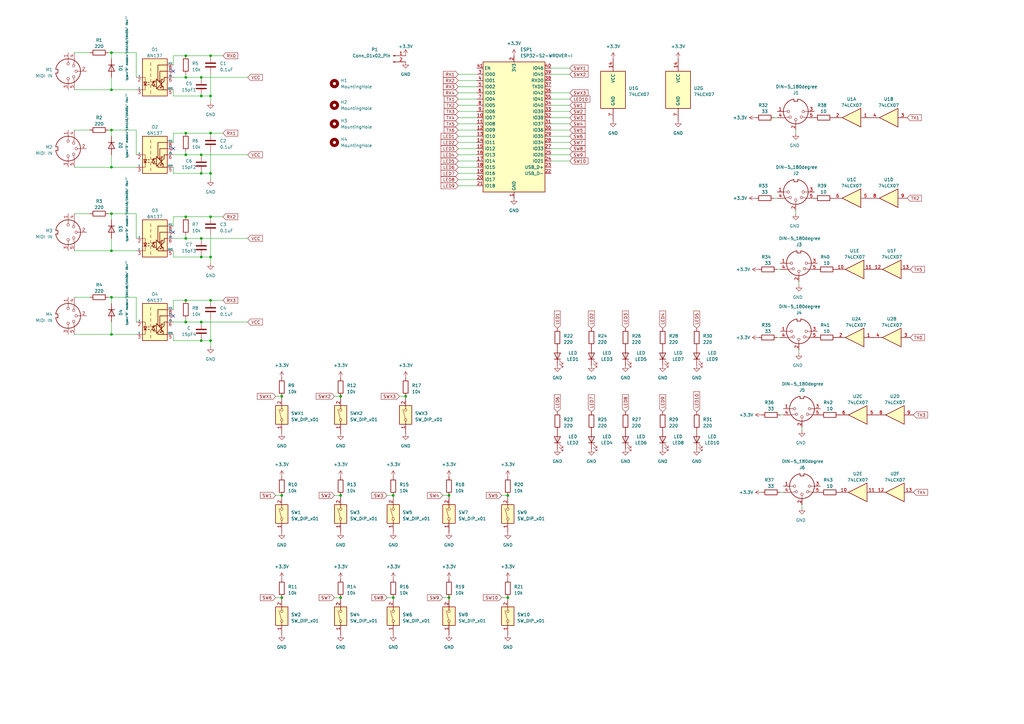
<source format=kicad_sch>
(kicad_sch (version 20230121) (generator eeschema)
  (paper "A3")
  (junction (at 139.7 162.56))
  (junction (at 208.28 245.11))
  (junction (at 45.72 121.92))
  (junction (at 161.29 245.11))
  (junction (at 82.55 71.12))
  (junction (at 76.2 63.5))
  (junction (at 45.72 87.63))
  (junction (at 76.2 22.86))
  (junction (at 82.55 132.08))
  (junction (at 184.15 245.11))
  (junction (at 166.37 162.56))
  (junction (at 139.7 245.11))
  (junction (at 76.2 132.08))
  (junction (at 45.72 102.87))
  (junction (at 45.72 137.16))
  (junction (at 139.7 203.2))
  (junction (at 115.57 203.2))
  (junction (at 82.55 97.79))
  (junction (at 76.2 123.19))
  (junction (at 45.72 53.34))
  (junction (at 115.57 245.11))
  (junction (at 76.2 97.79))
  (junction (at 76.2 54.61))
  (junction (at 82.55 139.7))
  (junction (at 115.57 162.56))
  (junction (at 86.36 22.86))
  (junction (at 82.55 31.75))
  (junction (at 184.15 203.2))
  (junction (at 76.2 31.75))
  (junction (at 86.36 71.12))
  (junction (at 45.72 68.58))
  (junction (at 82.55 63.5))
  (junction (at 208.28 203.2))
  (junction (at 86.36 88.9))
  (junction (at 82.55 105.41))
  (junction (at 161.29 203.2))
  (junction (at 86.36 54.61))
  (junction (at 45.72 21.59))
  (junction (at 86.36 123.19))
  (junction (at 82.55 39.37))
  (junction (at 86.36 105.41))
  (junction (at 86.36 139.7))
  (junction (at 45.72 36.83))
  (junction (at 86.36 39.37))
  (junction (at 76.2 88.9))
  (no_connect (at 71.12 29.21))
  (no_connect (at 71.12 60.96))
  (no_connect (at 71.12 129.54))
  (no_connect (at 71.12 95.25))
  (wire (pts (xy 187.96 58.42) (xy 195.58 58.42)))
  (wire (pts (xy 76.2 132.08) (xy 76.2 130.81)))
  (wire (pts (xy 82.55 31.75) (xy 101.6 31.75)))
  (wire (pts (xy 205.74 245.11) (xy 208.28 245.11)))
  (wire (pts (xy 86.36 41.91) (xy 86.36 39.37)))
  (wire (pts (xy 318.77 81.28) (xy 317.5 81.28)))
  (wire (pts (xy 320.04 110.49) (xy 318.77 110.49)))
  (wire (pts (xy 187.96 38.1) (xy 195.58 38.1)))
  (wire (pts (xy 45.72 55.88) (xy 45.72 53.34)))
  (wire (pts (xy 76.2 22.86) (xy 86.36 22.86)))
  (wire (pts (xy 321.31 170.18) (xy 320.04 170.18)))
  (wire (pts (xy 44.45 21.59) (xy 45.72 21.59)))
  (wire (pts (xy 163.83 162.56) (xy 166.37 162.56)))
  (wire (pts (xy 55.88 137.16) (xy 45.72 137.16)))
  (wire (pts (xy 233.68 58.42) (xy 226.06 58.42)))
  (wire (pts (xy 86.36 62.23) (xy 86.36 71.12)))
  (wire (pts (xy 187.96 40.64) (xy 195.58 40.64)))
  (wire (pts (xy 187.96 53.34) (xy 195.58 53.34)))
  (wire (pts (xy 233.68 45.72) (xy 226.06 45.72)))
  (wire (pts (xy 45.72 21.59) (xy 55.88 21.59)))
  (wire (pts (xy 86.36 96.52) (xy 86.36 105.41)))
  (wire (pts (xy 82.55 39.37) (xy 86.36 39.37)))
  (wire (pts (xy 44.45 87.63) (xy 45.72 87.63)))
  (wire (pts (xy 30.48 137.16) (xy 45.72 137.16)))
  (wire (pts (xy 233.68 48.26) (xy 226.06 48.26)))
  (wire (pts (xy 55.88 21.59) (xy 55.88 31.75)))
  (wire (pts (xy 327.66 143.51) (xy 327.66 144.78)))
  (wire (pts (xy 71.12 132.08) (xy 76.2 132.08)))
  (wire (pts (xy 233.68 43.18) (xy 226.06 43.18)))
  (wire (pts (xy 226.06 38.1) (xy 233.68 38.1)))
  (wire (pts (xy 76.2 132.08) (xy 82.55 132.08)))
  (wire (pts (xy 82.55 132.08) (xy 101.6 132.08)))
  (wire (pts (xy 44.45 53.34) (xy 45.72 53.34)))
  (wire (pts (xy 55.88 87.63) (xy 55.88 97.79)))
  (wire (pts (xy 321.31 201.93) (xy 320.04 201.93)))
  (wire (pts (xy 71.12 26.67) (xy 71.12 22.86)))
  (wire (pts (xy 187.96 35.56) (xy 195.58 35.56)))
  (wire (pts (xy 45.72 53.34) (xy 55.88 53.34)))
  (wire (pts (xy 233.68 55.88) (xy 226.06 55.88)))
  (wire (pts (xy 328.93 175.26) (xy 328.93 176.53)))
  (wire (pts (xy 76.2 31.75) (xy 82.55 31.75)))
  (wire (pts (xy 187.96 71.12) (xy 195.58 71.12)))
  (wire (pts (xy 320.04 138.43) (xy 318.77 138.43)))
  (wire (pts (xy 187.96 68.58) (xy 195.58 68.58)))
  (wire (pts (xy 137.16 245.11) (xy 139.7 245.11)))
  (wire (pts (xy 86.36 54.61) (xy 91.44 54.61)))
  (wire (pts (xy 71.12 105.41) (xy 71.12 102.87)))
  (wire (pts (xy 71.12 97.79) (xy 76.2 97.79)))
  (wire (pts (xy 187.96 55.88) (xy 195.58 55.88)))
  (wire (pts (xy 76.2 31.75) (xy 76.2 30.48)))
  (wire (pts (xy 233.68 53.34) (xy 226.06 53.34)))
  (wire (pts (xy 44.45 121.92) (xy 45.72 121.92)))
  (wire (pts (xy 158.75 203.2) (xy 161.29 203.2)))
  (wire (pts (xy 30.48 68.58) (xy 45.72 68.58)))
  (wire (pts (xy 86.36 30.48) (xy 86.36 39.37)))
  (wire (pts (xy 55.88 53.34) (xy 55.88 63.5)))
  (wire (pts (xy 187.96 66.04) (xy 195.58 66.04)))
  (wire (pts (xy 82.55 105.41) (xy 86.36 105.41)))
  (wire (pts (xy 86.36 142.24) (xy 86.36 139.7)))
  (wire (pts (xy 158.75 245.11) (xy 161.29 245.11)))
  (wire (pts (xy 45.72 31.75) (xy 45.72 36.83)))
  (wire (pts (xy 71.12 71.12) (xy 82.55 71.12)))
  (wire (pts (xy 113.03 245.11) (xy 115.57 245.11)))
  (wire (pts (xy 187.96 30.48) (xy 195.58 30.48)))
  (wire (pts (xy 71.12 22.86) (xy 76.2 22.86)))
  (wire (pts (xy 55.88 36.83) (xy 45.72 36.83)))
  (wire (pts (xy 187.96 43.18) (xy 195.58 43.18)))
  (wire (pts (xy 71.12 71.12) (xy 71.12 68.58)))
  (wire (pts (xy 76.2 88.9) (xy 86.36 88.9)))
  (wire (pts (xy 45.72 63.5) (xy 45.72 68.58)))
  (wire (pts (xy 113.03 203.2) (xy 115.57 203.2)))
  (wire (pts (xy 76.2 97.79) (xy 82.55 97.79)))
  (wire (pts (xy 187.96 73.66) (xy 195.58 73.66)))
  (wire (pts (xy 181.61 203.2) (xy 184.15 203.2)))
  (wire (pts (xy 326.39 53.34) (xy 326.39 54.61)))
  (wire (pts (xy 71.12 31.75) (xy 76.2 31.75)))
  (wire (pts (xy 76.2 63.5) (xy 82.55 63.5)))
  (wire (pts (xy 113.03 162.56) (xy 115.57 162.56)))
  (wire (pts (xy 233.68 40.64) (xy 226.06 40.64)))
  (wire (pts (xy 30.48 53.34) (xy 36.83 53.34)))
  (wire (pts (xy 45.72 24.13) (xy 45.72 21.59)))
  (wire (pts (xy 86.36 22.86) (xy 91.44 22.86)))
  (wire (pts (xy 71.12 88.9) (xy 76.2 88.9)))
  (wire (pts (xy 233.68 66.04) (xy 226.06 66.04)))
  (wire (pts (xy 71.12 58.42) (xy 71.12 54.61)))
  (wire (pts (xy 45.72 90.17) (xy 45.72 87.63)))
  (wire (pts (xy 71.12 39.37) (xy 82.55 39.37)))
  (wire (pts (xy 327.66 115.57) (xy 327.66 116.84)))
  (wire (pts (xy 137.16 203.2) (xy 139.7 203.2)))
  (wire (pts (xy 328.93 207.01) (xy 328.93 208.28)))
  (wire (pts (xy 71.12 39.37) (xy 71.12 36.83)))
  (wire (pts (xy 71.12 123.19) (xy 76.2 123.19)))
  (wire (pts (xy 187.96 48.26) (xy 195.58 48.26)))
  (wire (pts (xy 76.2 63.5) (xy 76.2 62.23)))
  (wire (pts (xy 71.12 92.71) (xy 71.12 88.9)))
  (wire (pts (xy 233.68 63.5) (xy 226.06 63.5)))
  (wire (pts (xy 76.2 97.79) (xy 76.2 96.52)))
  (wire (pts (xy 76.2 54.61) (xy 86.36 54.61)))
  (wire (pts (xy 82.55 63.5) (xy 101.6 63.5)))
  (wire (pts (xy 30.48 87.63) (xy 36.83 87.63)))
  (wire (pts (xy 30.48 36.83) (xy 45.72 36.83)))
  (wire (pts (xy 55.88 121.92) (xy 55.88 132.08)))
  (wire (pts (xy 187.96 76.2) (xy 195.58 76.2)))
  (wire (pts (xy 137.16 162.56) (xy 139.7 162.56)))
  (wire (pts (xy 86.36 88.9) (xy 91.44 88.9)))
  (wire (pts (xy 233.68 60.96) (xy 226.06 60.96)))
  (wire (pts (xy 55.88 102.87) (xy 45.72 102.87)))
  (wire (pts (xy 181.61 245.11) (xy 184.15 245.11)))
  (wire (pts (xy 187.96 60.96) (xy 195.58 60.96)))
  (wire (pts (xy 30.48 102.87) (xy 45.72 102.87)))
  (wire (pts (xy 76.2 123.19) (xy 86.36 123.19)))
  (wire (pts (xy 45.72 124.46) (xy 45.72 121.92)))
  (wire (pts (xy 86.36 73.66) (xy 86.36 71.12)))
  (wire (pts (xy 71.12 63.5) (xy 76.2 63.5)))
  (wire (pts (xy 86.36 107.95) (xy 86.36 105.41)))
  (wire (pts (xy 86.36 123.19) (xy 91.44 123.19)))
  (wire (pts (xy 226.06 27.94) (xy 233.68 27.94)))
  (wire (pts (xy 233.68 50.8) (xy 226.06 50.8)))
  (wire (pts (xy 45.72 132.08) (xy 45.72 137.16)))
  (wire (pts (xy 86.36 130.81) (xy 86.36 139.7)))
  (wire (pts (xy 71.12 105.41) (xy 82.55 105.41)))
  (wire (pts (xy 82.55 139.7) (xy 86.36 139.7)))
  (wire (pts (xy 71.12 139.7) (xy 71.12 137.16)))
  (wire (pts (xy 71.12 54.61) (xy 76.2 54.61)))
  (wire (pts (xy 82.55 97.79) (xy 101.6 97.79)))
  (wire (pts (xy 205.74 203.2) (xy 208.28 203.2)))
  (wire (pts (xy 187.96 33.02) (xy 195.58 33.02)))
  (wire (pts (xy 30.48 21.59) (xy 36.83 21.59)))
  (wire (pts (xy 30.48 121.92) (xy 36.83 121.92)))
  (wire (pts (xy 326.39 86.36) (xy 326.39 87.63)))
  (wire (pts (xy 82.55 71.12) (xy 86.36 71.12)))
  (wire (pts (xy 318.77 48.26) (xy 317.5 48.26)))
  (wire (pts (xy 187.96 50.8) (xy 195.58 50.8)))
  (wire (pts (xy 226.06 30.48) (xy 233.68 30.48)))
  (wire (pts (xy 45.72 87.63) (xy 55.88 87.63)))
  (wire (pts (xy 71.12 127) (xy 71.12 123.19)))
  (wire (pts (xy 187.96 63.5) (xy 195.58 63.5)))
  (wire (pts (xy 45.72 97.79) (xy 45.72 102.87)))
  (wire (pts (xy 55.88 68.58) (xy 45.72 68.58)))
  (wire (pts (xy 45.72 121.92) (xy 55.88 121.92)))
  (wire (pts (xy 187.96 45.72) (xy 195.58 45.72)))
  (wire (pts (xy 71.12 139.7) (xy 82.55 139.7)))
  (global_label "TX2" (shape input) (at 187.96 43.18 180) (property "Intersheetrefs" "${INTERSHEET_REFS}" (effects hide)) (property "Referenzen zwischen Schaltplänen" "${INTERSHEET_REFS}" (effects hide)))
  (global_label "LED8" (shape input) (at 187.96 73.66 180) (property "Intersheetrefs" "${INTERSHEET_REFS}" (effects hide)) (property "Referenzen zwischen Schaltplänen" "${INTERSHEET_REFS}" (effects hide)))
  (global_label "SWX1" (shape input) (at 233.68 27.94 0) (property "Intersheetrefs" "${INTERSHEET_REFS}" (effects hide)) (property "Referenzen zwischen Schaltplänen" "${INTERSHEET_REFS}" (effects hide)))
  (global_label "TX4" (shape input) (at 187.96 48.26 180) (property "Intersheetrefs" "${INTERSHEET_REFS}" (effects hide)) (property "Referenzen zwischen Schaltplänen" "${INTERSHEET_REFS}" (effects hide)))
  (global_label "SW9" (shape input) (at 233.68 63.5 0) (property "Intersheetrefs" "${INTERSHEET_REFS}" (effects hide)) (property "Referenzen zwischen Schaltplänen" "${INTERSHEET_REFS}" (effects hide)))
  (global_label "VCC" (shape input) (at 101.6 97.79 0) (property "Intersheetrefs" "${INTERSHEET_REFS}" (effects hide)) (property "Referenzen zwischen Schaltplänen" "${INTERSHEET_REFS}" (effects hide)))
  (global_label "TX1" (shape input) (at 187.96 40.64 180) (property "Intersheetrefs" "${INTERSHEET_REFS}" (effects hide)) (property "Referenzen zwischen Schaltplänen" "${INTERSHEET_REFS}" (effects hide)))
  (global_label "TX4" (shape input) (at 374.65 201.93 0) (property "Intersheetrefs" "${INTERSHEET_REFS}" (effects hide)) (property "Referenzen zwischen Schaltplänen" "${INTERSHEET_REFS}" (effects hide)))
  (global_label "TX3" (shape input) (at 187.96 45.72 180) (property "Intersheetrefs" "${INTERSHEET_REFS}" (effects hide)) (property "Referenzen zwischen Schaltplänen" "${INTERSHEET_REFS}" (effects hide)))
  (global_label "LED7" (shape input) (at 187.96 71.12 180) (property "Intersheetrefs" "${INTERSHEET_REFS}" (effects hide)) (property "Referenzen zwischen Schaltplänen" "${INTERSHEET_REFS}" (effects hide)))
  (global_label "LED3" (shape input) (at 187.96 60.96 180) (property "Intersheetrefs" "${INTERSHEET_REFS}" (effects hide)) (property "Referenzen zwischen Schaltplänen" "${INTERSHEET_REFS}" (effects hide)))
  (global_label "TX2" (shape input) (at 372.11 81.28 0) (property "Intersheetrefs" "${INTERSHEET_REFS}" (effects hide)) (property "Referenzen zwischen Schaltplänen" "${INTERSHEET_REFS}" (effects hide)))
  (global_label "SW7" (shape input) (at 137.16 245.11 180) (property "Intersheetrefs" "${INTERSHEET_REFS}" (effects hide)) (property "Referenzen zwischen Schaltplänen" "${INTERSHEET_REFS}" (effects hide)))
  (global_label "RX0" (shape input) (at 91.44 22.86 0) (property "Intersheetrefs" "${INTERSHEET_REFS}" (effects hide)) (property "Referenzen zwischen Schaltplänen" "${INTERSHEET_REFS}" (effects hide)))
  (global_label "LED4" (shape input) (at 271.78 134.62 90) (property "Intersheetrefs" "${INTERSHEET_REFS}" (effects hide)) (property "Referenzen zwischen Schaltplänen" "${INTERSHEET_REFS}" (effects hide)))
  (global_label "TX5" (shape input) (at 373.38 110.49 0) (property "Intersheetrefs" "${INTERSHEET_REFS}" (effects hide)) (property "Referenzen zwischen Schaltplänen" "${INTERSHEET_REFS}" (effects hide)))
  (global_label "LED1" (shape input) (at 187.96 55.88 180) (property "Intersheetrefs" "${INTERSHEET_REFS}" (effects hide)) (property "Referenzen zwischen Schaltplänen" "${INTERSHEET_REFS}" (effects hide)))
  (global_label "SW7" (shape input) (at 233.68 58.42 0) (property "Intersheetrefs" "${INTERSHEET_REFS}" (effects hide)) (property "Referenzen zwischen Schaltplänen" "${INTERSHEET_REFS}" (effects hide)))
  (global_label "RX3" (shape input) (at 91.44 123.19 0) (property "Intersheetrefs" "${INTERSHEET_REFS}" (effects hide)) (property "Referenzen zwischen Schaltplänen" "${INTERSHEET_REFS}" (effects hide)))
  (global_label "SWX1" (shape input) (at 113.03 162.56 180) (property "Intersheetrefs" "${INTERSHEET_REFS}" (effects hide)) (property "Referenzen zwischen Schaltplänen" "${INTERSHEET_REFS}" (effects hide)))
  (global_label "SW2" (shape input) (at 137.16 203.2 180) (property "Intersheetrefs" "${INTERSHEET_REFS}" (effects hide)) (property "Referenzen zwischen Schaltplänen" "${INTERSHEET_REFS}" (effects hide)))
  (global_label "LED6" (shape input) (at 187.96 68.58 180) (property "Intersheetrefs" "${INTERSHEET_REFS}" (effects hide)) (property "Referenzen zwischen Schaltplänen" "${INTERSHEET_REFS}" (effects hide)))
  (global_label "SWX2" (shape input) (at 137.16 162.56 180) (property "Intersheetrefs" "${INTERSHEET_REFS}" (effects hide)) (property "Referenzen zwischen Schaltplänen" "${INTERSHEET_REFS}" (effects hide)))
  (global_label "SW6" (shape input) (at 113.03 245.11 180) (property "Intersheetrefs" "${INTERSHEET_REFS}" (effects hide)) (property "Referenzen zwischen Schaltplänen" "${INTERSHEET_REFS}" (effects hide)))
  (global_label "LED9" (shape input) (at 187.96 76.2 180) (property "Intersheetrefs" "${INTERSHEET_REFS}" (effects hide)) (property "Referenzen zwischen Schaltplänen" "${INTERSHEET_REFS}" (effects hide)))
  (global_label "LED2" (shape input) (at 187.96 58.42 180) (property "Intersheetrefs" "${INTERSHEET_REFS}" (effects hide)) (property "Referenzen zwischen Schaltplänen" "${INTERSHEET_REFS}" (effects hide)))
  (global_label "SW4" (shape input) (at 233.68 50.8 0) (property "Intersheetrefs" "${INTERSHEET_REFS}" (effects hide)) (property "Referenzen zwischen Schaltplänen" "${INTERSHEET_REFS}" (effects hide)))
  (global_label "RX3" (shape input) (at 187.96 35.56 180) (property "Intersheetrefs" "${INTERSHEET_REFS}" (effects hide)) (property "Referenzen zwischen Schaltplänen" "${INTERSHEET_REFS}" (effects hide)))
  (global_label "SW1" (shape input) (at 233.68 43.18 0) (property "Intersheetrefs" "${INTERSHEET_REFS}" (effects hide)) (property "Referenzen zwischen Schaltplänen" "${INTERSHEET_REFS}" (effects hide)))
  (global_label "LED9" (shape input) (at 271.78 168.91 90) (property "Intersheetrefs" "${INTERSHEET_REFS}" (effects hide)) (property "Referenzen zwischen Schaltplänen" "${INTERSHEET_REFS}" (effects hide)))
  (global_label "SW8" (shape input) (at 158.75 245.11 180) (property "Intersheetrefs" "${INTERSHEET_REFS}" (effects hide)) (property "Referenzen zwischen Schaltplänen" "${INTERSHEET_REFS}" (effects hide)))
  (global_label "RX1" (shape input) (at 91.44 54.61 0) (property "Intersheetrefs" "${INTERSHEET_REFS}" (effects hide)) (property "Referenzen zwischen Schaltplänen" "${INTERSHEET_REFS}" (effects hide)))
  (global_label "SWX3" (shape input) (at 163.83 162.56 180) (property "Intersheetrefs" "${INTERSHEET_REFS}" (effects hide)) (property "Referenzen zwischen Schaltplänen" "${INTERSHEET_REFS}" (effects hide)))
  (global_label "LED10" (shape input) (at 285.75 168.91 90) (property "Intersheetrefs" "${INTERSHEET_REFS}" (effects hide)) (property "Referenzen zwischen Schaltplänen" "${INTERSHEET_REFS}" (effects hide)))
  (global_label "LED2" (shape input) (at 242.57 134.62 90) (property "Intersheetrefs" "${INTERSHEET_REFS}" (effects hide)) (property "Referenzen zwischen Schaltplänen" "${INTERSHEET_REFS}" (effects hide)))
  (global_label "RX2" (shape input) (at 91.44 88.9 0) (property "Intersheetrefs" "${INTERSHEET_REFS}" (effects hide)) (property "Referenzen zwischen Schaltplänen" "${INTERSHEET_REFS}" (effects hide)))
  (global_label "LED8" (shape input) (at 256.54 168.91 90) (property "Intersheetrefs" "${INTERSHEET_REFS}" (effects hide)) (property "Referenzen zwischen Schaltplänen" "${INTERSHEET_REFS}" (effects hide)))
  (global_label "SW5" (shape input) (at 205.74 203.2 180) (property "Intersheetrefs" "${INTERSHEET_REFS}" (effects hide)) (property "Referenzen zwischen Schaltplänen" "${INTERSHEET_REFS}" (effects hide)))
  (global_label "TX5" (shape input) (at 187.96 50.8 180) (property "Intersheetrefs" "${INTERSHEET_REFS}" (effects hide)) (property "Referenzen zwischen Schaltplänen" "${INTERSHEET_REFS}" (effects hide)))
  (global_label "LED5" (shape input) (at 285.75 134.62 90) (property "Intersheetrefs" "${INTERSHEET_REFS}" (effects hide)) (property "Referenzen zwischen Schaltplänen" "${INTERSHEET_REFS}" (effects hide)))
  (global_label "LED6" (shape input) (at 228.6 168.91 90) (property "Intersheetrefs" "${INTERSHEET_REFS}" (effects hide)) (property "Referenzen zwischen Schaltplänen" "${INTERSHEET_REFS}" (effects hide)))
  (global_label "SW10" (shape input) (at 205.74 245.11 180) (property "Intersheetrefs" "${INTERSHEET_REFS}" (effects hide)) (property "Referenzen zwischen Schaltplänen" "${INTERSHEET_REFS}" (effects hide)))
  (global_label "LED10" (shape input) (at 233.68 40.64 0) (property "Intersheetrefs" "${INTERSHEET_REFS}" (effects hide)) (property "Referenzen zwischen Schaltplänen" "${INTERSHEET_REFS}" (effects hide)))
  (global_label "SW8" (shape input) (at 233.68 60.96 0) (property "Intersheetrefs" "${INTERSHEET_REFS}" (effects hide)) (property "Referenzen zwischen Schaltplänen" "${INTERSHEET_REFS}" (effects hide)))
  (global_label "SW5" (shape input) (at 233.68 53.34 0) (property "Intersheetrefs" "${INTERSHEET_REFS}" (effects hide)) (property "Referenzen zwischen Schaltplänen" "${INTERSHEET_REFS}" (effects hide)))
  (global_label "LED3" (shape input) (at 256.54 134.62 90) (property "Intersheetrefs" "${INTERSHEET_REFS}" (effects hide)) (property "Referenzen zwischen Schaltplänen" "${INTERSHEET_REFS}" (effects hide)))
  (global_label "TX0" (shape input) (at 373.38 138.43 0) (property "Intersheetrefs" "${INTERSHEET_REFS}" (effects hide)) (property "Referenzen zwischen Schaltplänen" "${INTERSHEET_REFS}" (effects hide)))
  (global_label "RX4" (shape input) (at 187.96 38.1 180) (property "Intersheetrefs" "${INTERSHEET_REFS}" (effects hide)) (property "Referenzen zwischen Schaltplänen" "${INTERSHEET_REFS}" (effects hide)))
  (global_label "SW2" (shape input) (at 233.68 45.72 0) (property "Intersheetrefs" "${INTERSHEET_REFS}" (effects hide)) (property "Referenzen zwischen Schaltplänen" "${INTERSHEET_REFS}" (effects hide)))
  (global_label "VCC" (shape input) (at 101.6 31.75 0) (property "Intersheetrefs" "${INTERSHEET_REFS}" (effects hide)) (property "Referenzen zwischen Schaltplänen" "${INTERSHEET_REFS}" (effects hide)))
  (global_label "SWX2" (shape input) (at 233.68 30.48 0) (property "Intersheetrefs" "${INTERSHEET_REFS}" (effects hide)) (property "Referenzen zwischen Schaltplänen" "${INTERSHEET_REFS}" (effects hide)))
  (global_label "TX1" (shape input) (at 372.11 48.26 0) (property "Intersheetrefs" "${INTERSHEET_REFS}" (effects hide)) (property "Referenzen zwischen Schaltplänen" "${INTERSHEET_REFS}" (effects hide)))
  (global_label "SW10" (shape input) (at 233.68 66.04 0) (property "Intersheetrefs" "${INTERSHEET_REFS}" (effects hide)) (property "Referenzen zwischen Schaltplänen" "${INTERSHEET_REFS}" (effects hide)))
  (global_label "VCC" (shape input) (at 101.6 132.08 0) (property "Intersheetrefs" "${INTERSHEET_REFS}" (effects hide)) (property "Referenzen zwischen Schaltplänen" "${INTERSHEET_REFS}" (effects hide)))
  (global_label "VCC" (shape input) (at 101.6 63.5 0) (property "Intersheetrefs" "${INTERSHEET_REFS}" (effects hide)) (property "Referenzen zwischen Schaltplänen" "${INTERSHEET_REFS}" (effects hide)))
  (global_label "SW3" (shape input) (at 233.68 48.26 0) (property "Intersheetrefs" "${INTERSHEET_REFS}" (effects hide)) (property "Referenzen zwischen Schaltplänen" "${INTERSHEET_REFS}" (effects hide)))
  (global_label "RX2" (shape input) (at 187.96 33.02 180) (property "Intersheetrefs" "${INTERSHEET_REFS}" (effects hide)) (property "Referenzen zwischen Schaltplänen" "${INTERSHEET_REFS}" (effects hide)))
  (global_label "SWX3" (shape input) (at 233.68 38.1 0) (property "Intersheetrefs" "${INTERSHEET_REFS}" (effects hide)) (property "Referenzen zwischen Schaltplänen" "${INTERSHEET_REFS}" (effects hide)))
  (global_label "LED7" (shape input) (at 242.57 168.91 90) (property "Intersheetrefs" "${INTERSHEET_REFS}" (effects hide)) (property "Referenzen zwischen Schaltplänen" "${INTERSHEET_REFS}" (effects hide)))
  (global_label "LED4" (shape input) (at 187.96 63.5 180) (property "Intersheetrefs" "${INTERSHEET_REFS}" (effects hide)) (property "Referenzen zwischen Schaltplänen" "${INTERSHEET_REFS}" (effects hide)))
  (global_label "SW9" (shape input) (at 181.61 245.11 180) (property "Intersheetrefs" "${INTERSHEET_REFS}" (effects hide)) (property "Referenzen zwischen Schaltplänen" "${INTERSHEET_REFS}" (effects hide)))
  (global_label "SW3" (shape input) (at 158.75 203.2 180) (property "Intersheetrefs" "${INTERSHEET_REFS}" (effects hide)) (property "Referenzen zwischen Schaltplänen" "${INTERSHEET_REFS}" (effects hide)))
  (global_label "TX3" (shape input) (at 374.65 170.18 0) (property "Intersheetrefs" "${INTERSHEET_REFS}" (effects hide)) (property "Referenzen zwischen Schaltplänen" "${INTERSHEET_REFS}" (effects hide)))
  (global_label "LED1" (shape input) (at 228.6 134.62 90) (property "Intersheetrefs" "${INTERSHEET_REFS}" (effects hide)) (property "Referenzen zwischen Schaltplänen" "${INTERSHEET_REFS}" (effects hide)))
  (global_label "LED5" (shape input) (at 187.96 66.04 180) (property "Intersheetrefs" "${INTERSHEET_REFS}" (effects hide)) (property "Referenzen zwischen Schaltplänen" "${INTERSHEET_REFS}" (effects hide)))
  (global_label "SW4" (shape input) (at 181.61 203.2 180) (property "Intersheetrefs" "${INTERSHEET_REFS}" (effects hide)) (property "Referenzen zwischen Schaltplänen" "${INTERSHEET_REFS}" (effects hide)))
  (global_label "SW6" (shape input) (at 233.68 55.88 0) (property "Intersheetrefs" "${INTERSHEET_REFS}" (effects hide)) (property "Referenzen zwischen Schaltplänen" "${INTERSHEET_REFS}" (effects hide)))
  (global_label "RX1" (shape input) (at 187.96 30.48 180) (property "Intersheetrefs" "${INTERSHEET_REFS}" (effects hide)) (property "Referenzen zwischen Schaltplänen" "${INTERSHEET_REFS}" (effects hide)))
  (global_label "TX6" (shape input) (at 187.96 53.34 180) (property "Intersheetrefs" "${INTERSHEET_REFS}" (effects hide)) (property "Referenzen zwischen Schaltplänen" "${INTERSHEET_REFS}" (effects hide)))
  (global_label "SW1" (shape input) (at 113.03 203.2 180) (property "Intersheetrefs" "${INTERSHEET_REFS}" (effects hide)) (property "Referenzen zwischen Schaltplänen" "${INTERSHEET_REFS}" (effects hide)))
  (symbol (lib_id "Simulation_SPICE:DIODE") (at 45.72 59.69 90) (unit 1)
    (property "Reference" "D2" (at 49.53 60.96 0) (effects (justify left)))
    (property "Value" "${SIM.PARAMS}" (at 52.07 64.77 0) (effects (font (size 0.8 0.8)) (justify left)))
    (property "Footprint" "MIDI:SOD-80" (effects hide))
    (property "Sim.Device" "SPICE" (effects hide))
    (property "Sim.Params" "type=\"D\" model=\"1N4148/1N400x\" lib=\"\"" (effects hide))
    (property "Sim.Pins" "1=1 2=2" (effects hide))
  )
  (symbol (lib_id "Device:R") (at 337.82 48.26 270) (unit 1)
    (property "Reference" "R38" (at 339.09 43.18 90) (effects (justify right)))
    (property "Value" "10" (at 339.09 45.72 90) (effects (justify right)))
    (property "Footprint" "MIDI:R_0402_1005Metric" (effects hide))
  )
  (symbol (lib_id "power:+3.3V") (at 139.7 237.49 0) (unit 1)
    (property "Reference" "#PWR015" (effects hide))
    (property "Value" "+3.3V" (at 139.7 232.41 0))
  )
  (symbol (lib_id "Connector:DIN-5_180degree") (at 327.66 107.95 0) (mirror x) (unit 1)
    (property "Reference" "J3" (at 328.93 100.33 0) (effects (justify right)))
    (property "Value" "DIN-5_180degree" (at 336.55 97.79 0) (effects (justify right)))
    (property "Footprint" "MIDI:midi" (effects hide))
    (property "Datasheet" "http://www.mouser.com/ds/2/18/40_c091_abd_e-75918.pdf" (effects hide))
  )
  (symbol (lib_id "Device:R") (at 316.23 201.93 270) (unit 1)
    (property "Reference" "R37" (at 317.5 196.85 90) (effects (justify right)))
    (property "Value" "33" (at 317.4999 199.39 90) (effects (justify right)))
    (property "Footprint" "MIDI:R_0402_1005Metric" (effects hide))
  )
  (symbol (lib_id "Device:R") (at 314.96 110.49 270) (unit 1)
    (property "Reference" "R34" (at 316.23 105.41 90) (effects (justify right)))
    (property "Value" "33" (at 316.2299 107.95 90) (effects (justify right)))
    (property "Footprint" "MIDI:R_0402_1005Metric" (effects hide))
  )
  (symbol (lib_id "power:+3.3V") (at 161.29 195.58 0) (unit 1)
    (property "Reference" "#PWR017" (effects hide))
    (property "Value" "+3.3V" (at 161.29 190.5 0))
  )
  (symbol (lib_id "Switch:SW_DIP_x01") (at 139.7 252.73 90) (unit 1)
    (property "Reference" "SW4" (at 143.51 252.095 90) (effects (justify right)))
    (property "Value" "SW_DIP_x01" (at 143.51 254.635 90) (effects (justify right)))
    (property "Footprint" "MIDI:switch" (effects hide))
  )
  (symbol (lib_id "Isolator:6N137") (at 63.5 97.79 0) (unit 1)
    (property "Reference" "O3" (at 63.5 86.36 0))
    (property "Value" "6N137" (at 63.5 88.9 0))
    (property "Footprint" "Package_DIP:DIP-8_W7.62mm" (effects hide))
    (property "Datasheet" "https://docs.broadcom.com/docs/AV02-0940EN" (effects hide))
  )
  (symbol (lib_id "power:GND") (at 326.39 87.63 0) (unit 1)
    (property "Reference" "#PWR056" (effects hide))
    (property "Value" "GND" (at 323.85 92.71 0) (effects (justify left)))
  )
  (symbol (lib_id "Device:LED") (at 242.57 180.34 90) (unit 1)
    (property "Reference" "LED4" (at 248.92 181.61 90))
    (property "Value" "LED" (at 248.92 179.07 90))
    (property "Footprint" "MIDI:LED" (effects hide))
  )
  (symbol (lib_id "power:+3.3V") (at 166.37 22.86 0) (unit 1)
    (property "Reference" "#PWR021" (effects hide))
    (property "Value" "+3.3V" (at 166.37 19.05 0))
  )
  (symbol (lib_id "Device:LED") (at 228.6 146.05 90) (unit 1)
    (property "Reference" "LED1" (at 234.95 147.32 90))
    (property "Value" "LED" (at 234.95 144.78 90))
    (property "Footprint" "MIDI:LED" (effects hide))
  )
  (symbol (lib_id "Device:R") (at 256.54 138.43 0) (unit 1)
    (property "Reference" "R26" (at 259.08 137.795 0) (effects (justify left)))
    (property "Value" "220" (at 259.08 140.335 0) (effects (justify left)))
    (property "Footprint" "MIDI:R_0603_1608Metric" (effects hide))
  )
  (symbol (lib_id "Device:R") (at 339.09 110.49 270) (unit 1)
    (property "Reference" "R40" (at 340.36 105.41 90) (effects (justify right)))
    (property "Value" "10" (at 340.36 107.95 90) (effects (justify right)))
    (property "Footprint" "MIDI:R_0402_1005Metric" (effects hide))
  )
  (symbol (lib_id "Device:LED") (at 256.54 180.34 90) (unit 1)
    (property "Reference" "LED6" (at 262.89 181.61 90))
    (property "Value" "LED" (at 262.89 179.07 90))
    (property "Footprint" "MIDI:LED" (effects hide))
  )
  (symbol (lib_id "Switch:SW_DIP_x01") (at 115.57 210.82 90) (unit 1)
    (property "Reference" "SW1" (at 119.38 210.185 90) (effects (justify right)))
    (property "Value" "SW_DIP_x01" (at 119.38 212.725 90) (effects (justify right)))
    (property "Footprint" "MIDI:switch" (effects hide))
  )
  (symbol (lib_id "Device:R") (at 313.69 48.26 270) (unit 1)
    (property "Reference" "R32" (at 314.96 43.18 90) (effects (justify right)))
    (property "Value" "33" (at 314.9599 45.72 90) (effects (justify right)))
    (property "Footprint" "MIDI:R_0402_1005Metric" (effects hide))
  )
  (symbol (lib_id "Device:R") (at 40.64 53.34 90) (unit 1)
    (property "Reference" "R2" (at 40.64 48.26 90))
    (property "Value" "220" (at 40.64 50.8 90))
    (property "Footprint" "MIDI:R_0603_1608Metric" (effects hide))
  )
  (symbol (lib_id "Device:LED") (at 242.57 146.05 90) (unit 1)
    (property "Reference" "LED3" (at 248.92 147.32 90))
    (property "Value" "LED" (at 248.92 144.78 90))
    (property "Footprint" "MIDI:LED" (effects hide))
  )
  (symbol (lib_id "Switch:SW_DIP_x01") (at 161.29 210.82 90) (unit 1)
    (property "Reference" "SW5" (at 165.1 210.185 90) (effects (justify right)))
    (property "Value" "SW_DIP_x01" (at 165.1 212.725 90) (effects (justify right)))
    (property "Footprint" "MIDI:switch" (effects hide))
  )
  (symbol (lib_id "Device:LED") (at 285.75 180.34 90) (unit 1)
    (property "Reference" "LED10" (at 292.1 181.61 90))
    (property "Value" "LED" (at 292.1 179.07 90))
    (property "Footprint" "MIDI:LED" (effects hide))
  )
  (symbol (lib_id "power:GND") (at 326.39 54.61 0) (unit 1)
    (property "Reference" "#PWR055" (effects hide))
    (property "Value" "GND" (at 323.85 59.69 0) (effects (justify left)))
  )
  (symbol (lib_id "Connector:DIN-5_180degree") (at 27.94 129.54 270) (unit 1)
    (property "Reference" "M4" (at 21.59 128.9051 90) (effects (justify right)))
    (property "Value" "MIDI IN" (at 21.59 131.4451 90) (effects (justify right)))
    (property "Footprint" "MIDI:midi" (effects hide))
    (property "Datasheet" "http://www.mouser.com/ds/2/18/40_c091_abd_e-75918.pdf" (effects hide))
  )
  (symbol (lib_id "74xx:74LCX07") (at 365.76 138.43 180) (unit 2)
    (property "Reference" "U2" (at 365.76 130.81 0))
    (property "Value" "74LCX07" (at 365.76 133.35 0))
    (property "Footprint" "MIDI:optocoppler" (effects hide))
    (property "Datasheet" "www.st.com/resource/en/datasheet/74lcx07.pdf" (effects hide))
  )
  (symbol (lib_id "Device:R") (at 161.29 199.39 0) (unit 1)
    (property "Reference" "R15" (at 163.83 198.755 0) (effects (justify left)))
    (property "Value" "10k" (at 163.83 201.295 0) (effects (justify left)))
    (property "Footprint" "MIDI:R_0603_1608Metric" (effects hide))
  )
  (symbol (lib_id "power:GND") (at 184.15 218.44 0) (unit 1)
    (property "Reference" "#PWR026" (effects hide))
    (property "Value" "GND" (at 184.15 223.52 0))
  )
  (symbol (lib_id "Device:R") (at 285.75 138.43 0) (unit 1)
    (property "Reference" "R30" (at 288.29 137.795 0) (effects (justify left)))
    (property "Value" "220" (at 288.29 140.335 0) (effects (justify left)))
    (property "Footprint" "MIDI:R_0603_1608Metric" (effects hide))
  )
  (symbol (lib_id "RF_Module:ESP32-S2-WROVER-I") (at 210.82 53.34 0) (unit 1)
    (property "Reference" "ESP1" (at 213.36 20.32 0) (effects (justify left)))
    (property "Value" "ESP32-S2-WROVER-I" (at 213.36 22.86 0) (effects (justify left)))
    (property "Footprint" "RF_Module:ESP32-S2-WROVER" (effects hide))
    (property "Datasheet" "https://www.espressif.com/sites/default/files/documentation/esp32-s2-wroom_esp32-s2-wroom-i_datasheet_en.pdf" (effects hide))
  )
  (symbol (lib_id "74xx:74LCX07") (at 350.52 110.49 180) (unit 5)
    (property "Reference" "U1" (at 350.52 102.87 0))
    (property "Value" "74LCX07" (at 350.52 105.41 0))
    (property "Footprint" "MIDI:optocoppler" (effects hide))
    (property "Datasheet" "www.st.com/resource/en/datasheet/74lcx07.pdf" (effects hide))
  )
  (symbol (lib_id "Connector:DIN-5_180degree") (at 328.93 167.64 0) (mirror x) (unit 1)
    (property "Reference" "J5" (at 330.2 160.02 0) (effects (justify right)))
    (property "Value" "DIN-5_180degree" (at 337.82 157.48 0) (effects (justify right)))
    (property "Footprint" "MIDI:midi" (effects hide))
    (property "Datasheet" "http://www.mouser.com/ds/2/18/40_c091_abd_e-75918.pdf" (effects hide))
  )
  (symbol (lib_id "power:GND") (at 327.66 144.78 0) (unit 1)
    (property "Reference" "#PWR058" (effects hide))
    (property "Value" "GND" (at 325.12 149.86 0) (effects (justify left)))
  )
  (symbol (lib_id "power:GND") (at 228.6 184.15 0) (unit 1)
    (property "Reference" "#PWR036" (effects hide))
    (property "Value" "GND" (at 228.6 189.23 0))
  )
  (symbol (lib_id "power:GND") (at 86.36 142.24 0) (unit 1)
    (property "Reference" "#PWR04" (effects hide))
    (property "Value" "GND" (at 86.36 147.32 0))
  )
  (symbol (lib_id "power:GND") (at 210.82 81.28 0) (unit 1)
    (property "Reference" "#PWR034" (effects hide))
    (property "Value" "GND" (at 210.82 86.36 0))
  )
  (symbol (lib_id "Switch:SW_DIP_x01") (at 161.29 252.73 90) (unit 1)
    (property "Reference" "SW6" (at 165.1 252.095 90) (effects (justify right)))
    (property "Value" "SW_DIP_x01" (at 165.1 254.635 90) (effects (justify right)))
    (property "Footprint" "MIDI:switch" (effects hide))
  )
  (symbol (lib_id "power:+3.3V") (at 210.82 22.86 0) (unit 1)
    (property "Reference" "#PWR033" (effects hide))
    (property "Value" "+3.3V" (at 210.82 17.78 0))
  )
  (symbol (lib_id "power:GND") (at 242.57 149.86 0) (unit 1)
    (property "Reference" "#PWR037" (effects hide))
    (property "Value" "GND" (at 242.57 154.94 0))
  )
  (symbol (lib_id "Device:LED") (at 228.6 180.34 90) (unit 1)
    (property "Reference" "LED2" (at 234.95 181.61 90))
    (property "Value" "LED" (at 234.95 179.07 90))
    (property "Footprint" "MIDI:LED" (effects hide))
  )
  (symbol (lib_id "power:+3.3V") (at 311.15 110.49 90) (unit 1)
    (property "Reference" "#PWR051" (effects hide))
    (property "Value" "+3.3V" (at 304.8 110.49 90))
  )
  (symbol (lib_id "power:+3.3V") (at 161.29 237.49 0) (unit 1)
    (property "Reference" "#PWR019" (effects hide))
    (property "Value" "+3.3V" (at 161.29 232.41 0))
  )
  (symbol (lib_id "power:GND") (at 278.13 49.53 0) (unit 1)
    (property "Reference" "#PWR046" (effects hide))
    (property "Value" "GND" (at 278.13 54.61 0))
  )
  (symbol (lib_id "power:GND") (at 228.6 149.86 0) (unit 1)
    (property "Reference" "#PWR035" (effects hide))
    (property "Value" "GND" (at 228.6 154.94 0))
  )
  (symbol (lib_id "power:GND") (at 115.57 260.35 0) (unit 1)
    (property "Reference" "#PWR010" (effects hide))
    (property "Value" "GND" (at 115.57 265.43 0))
  )
  (symbol (lib_id "Mechanical:MountingHole") (at 137.16 50.8 0) (unit 1)
    (property "Reference" "H3" (at 139.7 49.5299 0) (effects (justify left)))
    (property "Value" "MountingHole" (at 139.7 52.0699 0) (effects (justify left)))
    (property "Footprint" "MountingHole:MountingHole_5.5mm" (effects hide))
  )
  (symbol (lib_id "Device:R") (at 40.64 21.59 90) (unit 1)
    (property "Reference" "R1" (at 40.64 16.51 90))
    (property "Value" "220" (at 40.64 19.05 90))
    (property "Footprint" "MIDI:R_0603_1608Metric" (effects hide))
  )
  (symbol (lib_id "Device:R") (at 76.2 58.42 0) (unit 1)
    (property "Reference" "R6" (at 78.74 57.785 0) (effects (justify left)))
    (property "Value" "10k" (at 78.74 60.325 0) (effects (justify left)))
    (property "Footprint" "MIDI:R_0603_1608Metric" (effects hide))
  )
  (symbol (lib_id "74xx:74LCX07") (at 351.79 170.18 180) (unit 3)
    (property "Reference" "U2" (at 351.79 162.56 0))
    (property "Value" "74LCX07" (at 351.79 165.1 0))
    (property "Footprint" "MIDI:optocoppler" (effects hide))
    (property "Datasheet" "www.st.com/resource/en/datasheet/74lcx07.pdf" (effects hide))
  )
  (symbol (lib_id "Device:R") (at 340.36 170.18 270) (unit 1)
    (property "Reference" "R42" (at 341.63 165.1 90) (effects (justify right)))
    (property "Value" "10" (at 341.63 167.64 90) (effects (justify right)))
    (property "Footprint" "MIDI:R_0402_1005Metric" (effects hide))
  )
  (symbol (lib_id "Mechanical:MountingHole") (at 137.16 43.18 0) (unit 1)
    (property "Reference" "H2" (at 139.7 41.9099 0) (effects (justify left)))
    (property "Value" "MountingHole" (at 139.7 44.4499 0) (effects (justify left)))
    (property "Footprint" "MountingHole:MountingHole_5.5mm" (effects hide))
  )
  (symbol (lib_id "Connector:DIN-5_180degree") (at 27.94 29.21 270) (unit 1)
    (property "Reference" "M1" (at 21.59 28.5751 90) (effects (justify right)))
    (property "Value" "MIDI IN" (at 21.59 31.1151 90) (effects (justify right)))
    (property "Footprint" "MIDI:midi" (effects hide))
    (property "Datasheet" "http://www.mouser.com/ds/2/18/40_c091_abd_e-75918.pdf" (effects hide))
  )
  (symbol (lib_id "power:+3.3V") (at 139.7 195.58 0) (unit 1)
    (property "Reference" "#PWR013" (effects hide))
    (property "Value" "+3.3V" (at 139.7 190.5 0))
  )
  (symbol (lib_id "Device:R") (at 184.15 199.39 0) (unit 1)
    (property "Reference" "R18" (at 186.69 198.755 0) (effects (justify left)))
    (property "Value" "10k" (at 186.69 201.295 0) (effects (justify left)))
    (property "Footprint" "MIDI:R_0603_1608Metric" (effects hide))
  )
  (symbol (lib_id "Device:C") (at 86.36 127 0) (unit 1)
    (property "Reference" "C4" (at 90.17 126.365 0) (effects (justify left)))
    (property "Value" "0.1uF" (at 90.17 128.905 0) (effects (justify left)))
    (property "Footprint" "MIDI:CP_EIA-3528-12_Kemet-T" (effects hide))
  )
  (symbol (lib_id "74xx:74LCX07") (at 364.49 48.26 180) (unit 2)
    (property "Reference" "U1" (at 364.49 40.64 0))
    (property "Value" "74LCX07" (at 364.49 43.18 0))
    (property "Footprint" "MIDI:optocoppler" (effects hide))
    (property "Datasheet" "www.st.com/resource/en/datasheet/74lcx07.pdf" (effects hide))
  )
  (symbol (lib_id "power:GND") (at 161.29 218.44 0) (unit 1)
    (property "Reference" "#PWR018" (effects hide))
    (property "Value" "GND" (at 161.29 223.52 0))
  )
  (symbol (lib_id "power:GND") (at 271.78 149.86 0) (unit 1)
    (property "Reference" "#PWR043" (effects hide))
    (property "Value" "GND" (at 271.78 154.94 0))
  )
  (symbol (lib_id "Connector:DIN-5_180degree") (at 327.66 135.89 0) (mirror x) (unit 1)
    (property "Reference" "J4" (at 328.93 128.27 0) (effects (justify right)))
    (property "Value" "DIN-5_180degree" (at 336.55 125.73 0) (effects (justify right)))
    (property "Footprint" "MIDI:midi" (effects hide))
    (property "Datasheet" "http://www.mouser.com/ds/2/18/40_c091_abd_e-75918.pdf" (effects hide))
  )
  (symbol (lib_id "Device:R") (at 242.57 138.43 0) (unit 1)
    (property "Reference" "R24" (at 245.11 137.795 0) (effects (justify left)))
    (property "Value" "220" (at 245.11 140.335 0) (effects (justify left)))
    (property "Footprint" "MIDI:R_0603_1608Metric" (effects hide))
  )
  (symbol (lib_id "power:GND") (at 285.75 184.15 0) (unit 1)
    (property "Reference" "#PWR048" (effects hide))
    (property "Value" "GND" (at 285.75 189.23 0))
  )
  (symbol (lib_id "power:+3.3V") (at 312.42 170.18 90) (unit 1)
    (property "Reference" "#PWR053" (effects hide))
    (property "Value" "+3.3V" (at 306.07 170.18 90))
  )
  (symbol (lib_id "power:GND") (at 256.54 149.86 0) (unit 1)
    (property "Reference" "#PWR041" (effects hide))
    (property "Value" "GND" (at 256.54 154.94 0))
  )
  (symbol (lib_id "Device:R") (at 115.57 199.39 0) (unit 1)
    (property "Reference" "R10" (at 118.11 198.755 0) (effects (justify left)))
    (property "Value" "10k" (at 118.11 201.295 0) (effects (justify left)))
    (property "Footprint" "MIDI:R_0603_1608Metric" (effects hide))
  )
  (symbol (lib_id "74xx:74LCX07") (at 349.25 81.28 180) (unit 3)
    (property "Reference" "U1" (at 349.25 73.66 0))
    (property "Value" "74LCX07" (at 349.25 76.2 0))
    (property "Footprint" "MIDI:optocoppler" (effects hide))
    (property "Datasheet" "www.st.com/resource/en/datasheet/74lcx07.pdf" (effects hide))
  )
  (symbol (lib_id "Device:C") (at 82.55 101.6 0) (unit 1)
    (property "Reference" "15pF3" (at 77.47 102.87 0))
    (property "Value" "C7" (at 77.47 100.33 0))
    (property "Footprint" "MIDI:C_0805_2012Metric" (effects hide))
  )
  (symbol (lib_id "Switch:SW_DIP_x01") (at 139.7 170.18 90) (unit 1)
    (property "Reference" "SWX2" (at 143.51 169.545 90) (effects (justify right)))
    (property "Value" "SW_DIP_x01" (at 143.51 172.085 90) (effects (justify right)))
    (property "Footprint" "MIDI:switch" (effects hide))
  )
  (symbol (lib_id "Device:LED") (at 285.75 146.05 90) (unit 1)
    (property "Reference" "LED9" (at 292.1 147.32 90))
    (property "Value" "LED" (at 292.1 144.78 90))
    (property "Footprint" "MIDI:LED" (effects hide))
  )
  (symbol (lib_id "Simulation_SPICE:DIODE") (at 45.72 27.94 90) (unit 1)
    (property "Reference" "D1" (at 49.53 29.21 0) (effects (justify left)))
    (property "Value" "${SIM.PARAMS}" (at 52.07 33.02 0) (effects (font (size 0.8 0.8)) (justify left)))
    (property "Footprint" "MIDI:SOD-80" (effects hide))
    (property "Sim.Device" "SPICE" (effects hide))
    (property "Sim.Params" "type=\"D\" model=\"1N4148/1N400x\" lib=\"\"" (effects hide))
    (property "Sim.Pins" "1=1 2=2" (effects hide))
  )
  (symbol (lib_id "power:GND") (at 161.29 260.35 0) (unit 1)
    (property "Reference" "#PWR020" (effects hide))
    (property "Value" "GND" (at 161.29 265.43 0))
  )
  (symbol (lib_id "Switch:SW_DIP_x01") (at 184.15 252.73 90) (unit 1)
    (property "Reference" "SW8" (at 187.96 252.095 90) (effects (justify right)))
    (property "Value" "SW_DIP_x01" (at 187.96 254.635 90) (effects (justify right)))
    (property "Footprint" "MIDI:switch" (effects hide))
  )
  (symbol (lib_id "power:GND") (at 256.54 184.15 0) (unit 1)
    (property "Reference" "#PWR042" (effects hide))
    (property "Value" "GND" (at 256.54 189.23 0))
  )
  (symbol (lib_id "Switch:SW_DIP_x01") (at 115.57 252.73 90) (unit 1)
    (property "Reference" "SW2" (at 119.38 252.095 90) (effects (justify right)))
    (property "Value" "SW_DIP_x01" (at 119.38 254.635 90) (effects (justify right)))
    (property "Footprint" "MIDI:switch" (effects hide))
  )
  (symbol (lib_id "Device:R") (at 139.7 241.3 0) (unit 1)
    (property "Reference" "R14" (at 142.24 240.665 0) (effects (justify left)))
    (property "Value" "10k" (at 142.24 243.205 0) (effects (justify left)))
    (property "Footprint" "MIDI:R_0603_1608Metric" (effects hide))
  )
  (symbol (lib_id "power:+3.3V") (at 115.57 237.49 0) (unit 1)
    (property "Reference" "#PWR09" (effects hide))
    (property "Value" "+3.3V" (at 115.57 232.41 0))
  )
  (symbol (lib_id "power:+3.3V") (at 184.15 195.58 0) (unit 1)
    (property "Reference" "#PWR025" (effects hide))
    (property "Value" "+3.3V" (at 184.15 190.5 0))
  )
  (symbol (lib_id "Device:R") (at 285.75 172.72 0) (unit 1)
    (property "Reference" "R31" (at 288.29 172.085 0) (effects (justify left)))
    (property "Value" "220" (at 288.29 174.625 0) (effects (justify left)))
    (property "Footprint" "MIDI:R_0603_1608Metric" (effects hide))
  )
  (symbol (lib_id "Device:R") (at 115.57 241.3 0) (unit 1)
    (property "Reference" "R11" (at 118.11 240.665 0) (effects (justify left)))
    (property "Value" "10k" (at 118.11 243.205 0) (effects (justify left)))
    (property "Footprint" "MIDI:R_0603_1608Metric" (effects hide))
  )
  (symbol (lib_id "Connector:DIN-5_180degree") (at 27.94 60.96 270) (unit 1)
    (property "Reference" "M2" (at 21.59 60.3251 90) (effects (justify right)))
    (property "Value" "MIDI IN" (at 21.59 62.8651 90) (effects (justify right)))
    (property "Footprint" "MIDI:midi" (effects hide))
    (property "Datasheet" "http://www.mouser.com/ds/2/18/40_c091_abd_e-75918.pdf" (effects hide))
  )
  (symbol (lib_id "power:GND") (at 115.57 177.8 0) (unit 1)
    (property "Reference" "#PWR06" (effects hide))
    (property "Value" "GND" (at 115.57 182.88 0))
  )
  (symbol (lib_id "power:GND") (at 328.93 176.53 0) (unit 1)
    (property "Reference" "#PWR059" (effects hide))
    (property "Value" "GND" (at 326.39 181.61 0) (effects (justify left)))
  )
  (symbol (lib_id "power:+3.3V") (at 278.13 24.13 0) (unit 1)
    (property "Reference" "#PWR045" (effects hide))
    (property "Value" "+3.3V" (at 278.13 19.05 0))
  )
  (symbol (lib_id "Device:R") (at 337.82 81.28 270) (unit 1)
    (property "Reference" "R39" (at 339.09 76.2 90) (effects (justify right)))
    (property "Value" "10" (at 339.09 78.74 90) (effects (justify right)))
    (property "Footprint" "MIDI:R_0402_1005Metric" (effects hide))
  )
  (symbol (lib_id "Device:LED") (at 256.54 146.05 90) (unit 1)
    (property "Reference" "LED5" (at 262.89 147.32 90))
    (property "Value" "LED" (at 262.89 144.78 90))
    (property "Footprint" "MIDI:LED" (effects hide))
  )
  (symbol (lib_id "Device:R") (at 339.09 138.43 270) (unit 1)
    (property "Reference" "R41" (at 340.36 133.35 90) (effects (justify right)))
    (property "Value" "10" (at 340.36 135.89 90) (effects (justify right)))
    (property "Footprint" "MIDI:R_0402_1005Metric" (effects hide))
  )
  (symbol (lib_id "Connector:DIN-5_180degree") (at 326.39 78.74 0) (mirror x) (unit 1)
    (property "Reference" "J2" (at 327.66 71.12 0) (effects (justify right)))
    (property "Value" "DIN-5_180degree" (at 335.28 68.58 0) (effects (justify right)))
    (property "Footprint" "MIDI:midi" (effects hide))
    (property "Datasheet" "http://www.mouser.com/ds/2/18/40_c091_abd_e-75918.pdf" (effects hide))
  )
  (symbol (lib_id "power:+3.3V") (at 312.42 201.93 90) (unit 1)
    (property "Reference" "#PWR054" (effects hide))
    (property "Value" "+3.3V" (at 306.07 201.93 90))
  )
  (symbol (lib_id "74xx:74LCX07") (at 349.25 48.26 180) (unit 1)
    (property "Reference" "U1" (at 349.25 40.64 0))
    (property "Value" "74LCX07" (at 349.25 43.18 0))
    (property "Footprint" "MIDI:optocoppler" (effects hide))
    (property "Datasheet" "www.st.com/resource/en/datasheet/74lcx07.pdf" (effects hide))
  )
  (symbol (lib_id "power:+3.3V") (at 184.15 237.49 0) (unit 1)
    (property "Reference" "#PWR027" (effects hide))
    (property "Value" "+3.3V" (at 184.15 232.41 0))
  )
  (symbol (lib_id "Device:R") (at 314.96 138.43 270) (unit 1)
    (property "Reference" "R35" (at 316.23 133.35 90) (effects (justify right)))
    (property "Value" "33" (at 316.2299 135.89 90) (effects (justify right)))
    (property "Footprint" "MIDI:R_0402_1005Metric" (effects hide))
  )
  (symbol (lib_id "Switch:SW_DIP_x01") (at 139.7 210.82 90) (unit 1)
    (property "Reference" "SW3" (at 143.51 210.185 90) (effects (justify right)))
    (property "Value" "SW_DIP_x01" (at 143.51 212.725 90) (effects (justify right)))
    (property "Footprint" "MIDI:switch" (effects hide))
  )
  (symbol (lib_id "power:+3.3V") (at 208.28 195.58 0) (unit 1)
    (property "Reference" "#PWR029" (effects hide))
    (property "Value" "+3.3V" (at 208.28 190.5 0))
  )
  (symbol (lib_id "power:GND") (at 327.66 116.84 0) (unit 1)
    (property "Reference" "#PWR057" (effects hide))
    (property "Value" "GND" (at 325.12 121.92 0) (effects (justify left)))
  )
  (symbol (lib_id "Connector:Conn_01x02_Pin") (at 161.29 22.86 0) (unit 1)
    (property "Reference" "P1" (at 153.67 20.32 0))
    (property "Value" "Conn_01x02_Pin" (at 152.4 22.86 0))
    (property "Footprint" "MIDI:chinch" (effects hide))
  )
  (symbol (lib_id "power:+3.3V") (at 311.15 138.43 90) (unit 1)
    (property "Reference" "#PWR052" (effects hide))
    (property "Value" "+3.3V" (at 304.8 138.43 90))
  )
  (symbol (lib_id "Isolator:6N137") (at 63.5 132.08 0) (unit 1)
    (property "Reference" "O4" (at 63.5 120.65 0))
    (property "Value" "6N137" (at 63.5 123.19 0))
    (property "Footprint" "Package_DIP:DIP-8_W7.62mm" (effects hide))
    (property "Datasheet" "https://docs.broadcom.com/docs/AV02-0940EN" (effects hide))
  )
  (symbol (lib_id "power:GND") (at 271.78 184.15 0) (unit 1)
    (property "Reference" "#PWR044" (effects hide))
    (property "Value" "GND" (at 271.78 189.23 0))
  )
  (symbol (lib_id "power:GND") (at 86.36 41.91 0) (unit 1)
    (property "Reference" "#PWR01" (effects hide))
    (property "Value" "GND" (at 86.36 46.99 0))
  )
  (symbol (lib_id "power:GND") (at 285.75 149.86 0) (unit 1)
    (property "Reference" "#PWR047" (effects hide))
    (property "Value" "GND" (at 285.75 154.94 0))
  )
  (symbol (lib_id "Switch:SW_DIP_x01") (at 208.28 252.73 90) (unit 1)
    (property "Reference" "SW10" (at 212.09 252.095 90) (effects (justify right)))
    (property "Value" "SW_DIP_x01" (at 212.09 254.635 90) (effects (justify right)))
    (property "Footprint" "MIDI:switch" (effects hide))
  )
  (symbol (lib_id "Device:R") (at 271.78 138.43 0) (unit 1)
    (property "Reference" "R28" (at 274.32 137.795 0) (effects (justify left)))
    (property "Value" "220" (at 274.32 140.335 0) (effects (justify left)))
    (property "Footprint" "MIDI:R_0603_1608Metric" (effects hide))
  )
  (symbol (lib_id "Switch:SW_DIP_x01") (at 184.15 210.82 90) (unit 1)
    (property "Reference" "SW7" (at 187.96 210.185 90) (effects (justify right)))
    (property "Value" "SW_DIP_x01" (at 187.96 212.725 90) (effects (justify right)))
    (property "Footprint" "MIDI:switch" (effects hide))
  )
  (symbol (lib_id "Switch:SW_DIP_x01") (at 166.37 170.18 90) (unit 1)
    (property "Reference" "SWX3" (at 170.18 169.545 90) (effects (justify right)))
    (property "Value" "SW_DIP_x01" (at 170.18 172.085 90) (effects (justify right)))
    (property "Footprint" "MIDI:switch" (effects hide))
  )
  (symbol (lib_id "power:GND") (at 115.57 218.44 0) (unit 1)
    (property "Reference" "#PWR08" (effects hide))
    (property "Value" "GND" (at 115.57 223.52 0))
  )
  (symbol (lib_id "74xx:74LCX07") (at 367.03 170.18 180) (unit 4)
    (property "Reference" "U2" (at 367.03 162.56 0))
    (property "Value" "74LCX07" (at 367.03 165.1 0))
    (property "Footprint" "MIDI:optocoppler" (effects hide))
    (property "Datasheet" "www.st.com/resource/en/datasheet/74lcx07.pdf" (effects hide))
  )
  (symbol (lib_id "Simulation_SPICE:DIODE") (at 45.72 93.98 90) (unit 1)
    (property "Reference" "D3" (at 49.53 95.25 0) (effects (justify left)))
    (property "Value" "${SIM.PARAMS}" (at 52.07 99.06 0) (effects (font (size 0.8 0.8)) (justify left)))
    (property "Footprint" "MIDI:SOD-80" (effects hide))
    (property "Sim.Device" "SPICE" (effects hide))
    (property "Sim.Params" "type=\"D\" model=\"1N4148/1N400x\" lib=\"\"" (effects hide))
    (property "Sim.Pins" "1=1 2=2" (effects hide))
  )
  (symbol (lib_id "power:+3.3V") (at 115.57 154.94 0) (unit 1)
    (property "Reference" "#PWR05" (effects hide))
    (property "Value" "+3.3V" (at 115.57 149.86 0))
  )
  (symbol (lib_id "Connector:DIN-5_180degree") (at 328.93 199.39 0) (mirror x) (unit 1)
    (property "Reference" "J6" (at 330.2 191.77 0) (effects (justify right)))
    (property "Value" "DIN-5_180degree" (at 337.82 189.23 0) (effects (justify right)))
    (property "Footprint" "MIDI:midi" (effects hide))
    (property "Datasheet" "http://www.mouser.com/ds/2/18/40_c091_abd_e-75918.pdf" (effects hide))
  )
  (symbol (lib_id "Device:C") (at 82.55 135.89 0) (unit 1)
    (property "Reference" "15pF4" (at 77.47 137.16 0))
    (property "Value" "C" (at 77.47 134.62 0))
    (property "Footprint" "MIDI:C_0805_2012Metric" (effects hide))
  )
  (symbol (lib_id "Switch:SW_DIP_x01") (at 115.57 170.18 90) (unit 1)
    (property "Reference" "SWX1" (at 119.38 169.545 90) (effects (justify right)))
    (property "Value" "SW_DIP_x01" (at 119.38 172.085 90) (effects (justify right)))
    (property "Footprint" "MIDI:switch" (effects hide))
  )
  (symbol (lib_id "Device:R") (at 76.2 92.71 0) (unit 1)
    (property "Reference" "R7" (at 78.74 92.075 0) (effects (justify left)))
    (property "Value" "10k" (at 78.74 94.615 0) (effects (justify left)))
    (property "Footprint" "MIDI:R_0603_1608Metric" (effects hide))
  )
  (symbol (lib_id "Device:LED") (at 271.78 180.34 90) (unit 1)
    (property "Reference" "LED8" (at 278.13 181.61 90))
    (property "Value" "LED" (at 278.13 179.07 90))
    (property "Footprint" "MIDI:LED" (effects hide))
  )
  (symbol (lib_id "Device:R") (at 40.64 121.92 90) (unit 1)
    (property "Reference" "R4" (at 40.64 116.84 90))
    (property "Value" "220" (at 40.64 119.38 90))
    (property "Footprint" "MIDI:R_0603_1608Metric" (effects hide))
  )
  (symbol (lib_id "Device:R") (at 256.54 172.72 0) (unit 1)
    (property "Reference" "R27" (at 259.08 172.085 0) (effects (justify left)))
    (property "Value" "220" (at 259.08 174.625 0) (effects (justify left)))
    (property "Footprint" "MIDI:R_0603_1608Metric" (effects hide))
  )
  (symbol (lib_id "power:GND") (at 139.7 177.8 0) (unit 1)
    (property "Reference" "#PWR012" (effects hide))
    (property "Value" "GND" (at 139.7 182.88 0))
  )
  (symbol (lib_id "power:+3.3V") (at 139.7 154.94 0) (unit 1)
    (property "Reference" "#PWR011" (effects hide))
    (property "Value" "+3.3V" (at 139.7 149.86 0))
  )
  (symbol (lib_id "Mechanical:MountingHole") (at 137.16 58.42 0) (unit 1)
    (property "Reference" "H4" (at 139.7 57.1499 0) (effects (justify left)))
    (property "Value" "MountingHole" (at 139.7 59.6899 0) (effects (justify left)))
    (property "Footprint" "MountingHole:MountingHole_5.5mm" (effects hide))
  )
  (symbol (lib_id "power:+3.3V") (at 208.28 237.49 0) (unit 1)
    (property "Reference" "#PWR031" (effects hide))
    (property "Value" "+3.3V" (at 208.28 232.41 0))
  )
  (symbol (lib_id "power:GND") (at 184.15 260.35 0) (unit 1)
    (property "Reference" "#PWR028" (effects hide))
    (property "Value" "GND" (at 184.15 265.43 0))
  )
  (symbol (lib_id "Device:C") (at 82.55 35.56 0) (unit 1)
    (property "Reference" "15pF1" (at 77.47 36.83 0))
    (property "Value" "C5" (at 77.47 34.29 0))
    (property "Footprint" "MIDI:C_0805_2012Metric" (effects hide))
  )
  (symbol (lib_id "Device:R") (at 208.28 199.39 0) (unit 1)
    (property "Reference" "R20" (at 210.82 198.755 0) (effects (justify left)))
    (property "Value" "10k" (at 210.82 201.295 0) (effects (justify left)))
    (property "Footprint" "MIDI:R_0603_1608Metric" (effects hide))
  )
  (symbol (lib_id "power:GND") (at 86.36 107.95 0) (unit 1)
    (property "Reference" "#PWR03" (effects hide))
    (property "Value" "GND" (at 86.36 113.03 0))
  )
  (symbol (lib_id "Device:R") (at 76.2 127 0) (unit 1)
    (property "Reference" "R8" (at 78.74 126.365 0) (effects (justify left)))
    (property "Value" "10k" (at 78.74 128.905 0) (effects (justify left)))
    (property "Footprint" "MIDI:R_0603_1608Metric" (effects hide))
  )
  (symbol (lib_id "Connector:DIN-5_180degree") (at 27.94 95.25 270) (unit 1)
    (property "Reference" "M3" (at 21.59 94.6151 90) (effects (justify right)))
    (property "Value" "MIDI IN" (at 21.59 97.1551 90) (effects (justify right)))
    (property "Footprint" "MIDI:midi" (effects hide))
    (property "Datasheet" "http://www.mouser.com/ds/2/18/40_c091_abd_e-75918.pdf" (effects hide))
  )
  (symbol (lib_id "74xx:74LCX07") (at 365.76 110.49 180) (unit 6)
    (property "Reference" "U1" (at 365.76 102.87 0))
    (property "Value" "74LCX07" (at 365.76 105.41 0))
    (property "Footprint" "MIDI:optocoppler" (effects hide))
    (property "Datasheet" "www.st.com/resource/en/datasheet/74lcx07.pdf" (effects hide))
  )
  (symbol (lib_id "Device:R") (at 161.29 241.3 0) (unit 1)
    (property "Reference" "R16" (at 163.83 240.665 0) (effects (justify left)))
    (property "Value" "10k" (at 163.83 243.205 0) (effects (justify left)))
    (property "Footprint" "MIDI:R_0603_1608Metric" (effects hide))
  )
  (symbol (lib_id "power:+3.3V") (at 309.88 81.28 90) (unit 1)
    (property "Reference" "#PWR050" (effects hide))
    (property "Value" "+3.3V" (at 303.53 81.28 90))
  )
  (symbol (lib_id "power:+3.3V") (at 166.37 154.94 0) (unit 1)
    (property "Reference" "#PWR023" (effects hide))
    (property "Value" "+3.3V" (at 166.37 149.86 0))
  )
  (symbol (lib_id "Device:R") (at 184.15 241.3 0) (unit 1)
    (property "Reference" "R19" (at 186.69 240.665 0) (effects (justify left)))
    (property "Value" "10k" (at 186.69 243.205 0) (effects (justify left)))
    (property "Footprint" "MIDI:R_0603_1608Metric" (effects hide))
  )
  (symbol (lib_id "Connector:DIN-5_180degree") (at 326.39 45.72 0) (mirror x) (unit 1)
    (property "Reference" "J1" (at 327.66 38.1 0) (effects (justify right)))
    (property "Value" "DIN-5_180degree" (at 335.28 35.56 0) (effects (justify right)))
    (property "Footprint" "MIDI:midi" (effects hide))
    (property "Datasheet" "http://www.mouser.com/ds/2/18/40_c091_abd_e-75918.pdf" (effects hide))
  )
  (symbol (lib_id "Device:R") (at 242.57 172.72 0) (unit 1)
    (property "Reference" "R25" (at 245.11 172.085 0) (effects (justify left)))
    (property "Value" "220" (at 245.11 174.625 0) (effects (justify left)))
    (property "Footprint" "MIDI:R_0603_1608Metric" (effects hide))
  )
  (symbol (lib_id "Mechanical:MountingHole") (at 137.16 34.29 0) (unit 1)
    (property "Reference" "H1" (at 139.7 33.0199 0) (effects (justify left)))
    (property "Value" "MountingHole" (at 139.7 35.5599 0) (effects (justify left)))
    (property "Footprint" "MountingHole:MountingHole_5.5mm" (effects hide))
  )
  (symbol (lib_id "74xx:74LCX07") (at 351.79 201.93 180) (unit 5)
    (property "Reference" "U2" (at 351.79 194.31 0))
    (property "Value" "74LCX07" (at 351.79 196.85 0))
    (property "Footprint" "MIDI:optocoppler" (effects hide))
    (property "Datasheet" "www.st.com/resource/en/datasheet/74lcx07.pdf" (effects hide))
  )
  (symbol (lib_id "power:GND") (at 328.93 208.28 0) (unit 1)
    (property "Reference" "#PWR060" (effects hide))
    (property "Value" "GND" (at 326.39 213.36 0) (effects (justify left)))
  )
  (symbol (lib_id "Switch:SW_DIP_x01") (at 208.28 210.82 90) (unit 1)
    (property "Reference" "SW9" (at 212.09 210.185 90) (effects (justify right)))
    (property "Value" "SW_DIP_x01" (at 212.09 212.725 90) (effects (justify right)))
    (property "Footprint" "MIDI:switch" (effects hide))
  )
  (symbol (lib_id "74xx:74LCX07") (at 367.03 201.93 180) (unit 6)
    (property "Reference" "U2" (at 367.03 194.31 0))
    (property "Value" "74LCX07" (at 367.03 196.85 0))
    (property "Footprint" "MIDI:optocoppler" (effects hide))
    (property "Datasheet" "www.st.com/resource/en/datasheet/74lcx07.pdf" (effects hide))
  )
  (symbol (lib_id "power:GND") (at 166.37 25.4 0) (unit 1)
    (property "Reference" "#PWR022" (effects hide))
    (property "Value" "GND" (at 166.37 30.48 0))
  )
  (symbol (lib_id "74xx:74LCX07") (at 350.52 138.43 180) (unit 1)
    (property "Reference" "U2" (at 349.25 130.81 0) (effects (justify right)))
    (property "Value" "74LCX07" (at 346.71 133.35 0) (effects (justify right)))
    (property "Footprint" "MIDI:optocoppler" (effects hide))
    (property "Datasheet" "www.st.com/resource/en/datasheet/74lcx07.pdf" (effects hide))
  )
  (symbol (lib_id "Device:C") (at 86.36 58.42 0) (unit 1)
    (property "Reference" "C2" (at 90.17 57.785 0) (effects (justify left)))
    (property "Value" "0.1uF" (at 90.17 60.325 0) (effects (justify left)))
    (property "Footprint" "MIDI:CP_EIA-3528-12_Kemet-T" (effects hide))
  )
  (symbol (lib_id "Isolator:6N137") (at 63.5 63.5 0) (unit 1)
    (property "Reference" "O2" (at 63.5 52.07 0))
    (property "Value" "6N137" (at 63.5 54.61 0))
    (property "Footprint" "Package_DIP:DIP-8_W7.62mm" (effects hide))
    (property "Datasheet" "https://docs.broadcom.com/docs/AV02-0940EN" (effects hide))
  )
  (symbol (lib_id "Device:LED") (at 271.78 146.05 90) (unit 1)
    (property "Reference" "LED7" (at 278.13 147.32 90))
    (property "Value" "LED" (at 278.13 144.78 90))
    (property "Footprint" "MIDI:LED" (effects hide))
  )
  (symbol (lib_id "power:GND") (at 86.36 73.66 0) (unit 1)
    (property "Reference" "#PWR02" (effects hide))
    (property "Value" "GND" (at 86.36 78.74 0))
  )
  (symbol (lib_id "power:GND") (at 166.37 177.8 0) (unit 1)
    (property "Reference" "#PWR024" (effects hide))
    (property "Value" "GND" (at 166.37 182.88 0))
  )
  (symbol (lib_id "Device:R") (at 139.7 199.39 0) (unit 1)
    (property "Reference" "R13" (at 142.24 198.755 0) (effects (justify left)))
    (property "Value" "10k" (at 142.24 201.295 0) (effects (justify left)))
    (property "Footprint" "MIDI:R_0603_1608Metric" (effects hide))
  )
  (symbol (lib_id "74xx:74LCX07") (at 364.49 81.28 180) (unit 4)
    (property "Reference" "U1" (at 364.49 73.66 0))
    (property "Value" "74LCX07" (at 364.49 76.2 0))
    (property "Footprint" "MIDI:optocoppler" (effects hide))
    (property "Datasheet" "www.st.com/resource/en/datasheet/74lcx07.pdf" (effects hide))
  )
  (symbol (lib_id "power:+3.3V") (at 115.57 195.58 0) (unit 1)
    (property "Reference" "#PWR07" (effects hide))
    (property "Value" "+3.3V" (at 115.57 190.5 0))
  )
  (symbol (lib_id "Device:C") (at 86.36 92.71 0) (unit 1)
    (property "Reference" "C3" (at 90.17 92.075 0) (effects (justify left)))
    (property "Value" "0.1uF" (at 90.17 94.615 0) (effects (justify left)))
    (property "Footprint" "MIDI:CP_EIA-3528-12_Kemet-T" (effects hide))
  )
  (symbol (lib_id "74xx:74LCX07") (at 278.13 36.83 0) (unit 7)
    (property "Reference" "U2" (at 284.48 36.195 0) (effects (justify left)))
    (property "Value" "74LCX07" (at 284.48 38.735 0) (effects (justify left)))
    (property "Footprint" "MIDI:optocoppler" (effects hide))
    (property "Datasheet" "www.st.com/resource/en/datasheet/74lcx07.pdf" (effects hide))
  )
  (symbol (lib_id "Device:R") (at 115.57 158.75 0) (unit 1)
    (property "Reference" "R9" (at 118.11 158.115 0) (effects (justify left)))
    (property "Value" "10k" (at 118.11 160.655 0) (effects (justify left)))
    (property "Footprint" "MIDI:R_0603_1608Metric" (effects hide))
  )
  (symbol (lib_id "power:GND") (at 251.46 49.53 0) (unit 1)
    (property "Reference" "#PWR040" (effects hide))
    (property "Value" "GND" (at 251.46 54.61 0))
  )
  (symbol (lib_id "Isolator:6N137") (at 63.5 31.75 0) (unit 1)
    (property "Reference" "O1" (at 63.5 20.32 0))
    (property "Value" "6N137" (at 63.5 22.86 0))
    (property "Footprint" "Package_DIP:DIP-8_W7.62mm" (effects hide))
    (property "Datasheet" "https://docs.broadcom.com/docs/AV02-0940EN" (effects hide))
  )
  (symbol (lib_id "Device:R") (at 228.6 172.72 0) (unit 1)
    (property "Reference" "R23" (at 231.14 172.085 0) (effects (justify left)))
    (property "Value" "220" (at 231.14 174.625 0) (effects (justify left)))
    (property "Footprint" "MIDI:R_0603_1608Metric" (effects hide))
  )
  (symbol (lib_id "Device:C") (at 86.36 26.67 0) (unit 1)
    (property "Reference" "C1" (at 90.17 26.035 0) (effects (justify left)))
    (property "Value" "0.1uF" (at 90.17 28.575 0) (effects (justify left)))
    (property "Footprint" "MIDI:CP_EIA-3528-12_Kemet-T" (effects hide))
  )
  (symbol (lib_id "power:GND") (at 139.7 260.35 0) (unit 1)
    (property "Reference" "#PWR016" (effects hide))
    (property "Value" "GND" (at 139.7 265.43 0))
  )
  (symbol (lib_id "Device:R") (at 208.28 241.3 0) (unit 1)
    (property "Reference" "R21" (at 210.82 240.665 0) (effects (justify left)))
    (property "Value" "10k" (at 210.82 243.205 0) (effects (justify left)))
    (property "Footprint" "MIDI:R_0603_1608Metric" (effects hide))
  )
  (symbol (lib_id "Device:R") (at 313.69 81.28 270) (unit 1)
    (property "Reference" "R33" (at 314.96 76.2 90) (effects (justify right)))
    (property "Value" "33" (at 314.9599 78.74 90) (effects (justify right)))
    (property "Footprint" "MIDI:R_0402_1005Metric" (effects hide))
  )
  (symbol (lib_id "Device:R") (at 271.78 172.72 0) (unit 1)
    (property "Reference" "R29" (at 274.32 172.085 0) (effects (justify left)))
    (property "Value" "220" (at 274.32 174.625 0) (effects (justify left)))
    (property "Footprint" "MIDI:R_0603_1608Metric" (effects hide))
  )
  (symbol (lib_id "power:GND") (at 208.28 260.35 0) (unit 1)
    (property "Reference" "#PWR032" (effects hide))
    (property "Value" "GND" (at 208.28 265.43 0))
  )
  (symbol (lib_id "Device:R") (at 228.6 138.43 0) (unit 1)
    (property "Reference" "R22" (at 231.14 137.795 0) (effects (justify left)))
    (property "Value" "220" (at 231.14 140.335 0) (effects (justify left)))
    (property "Footprint" "MIDI:R_0603_1608Metric" (effects hide))
  )
  (symbol (lib_id "power:GND") (at 242.57 184.15 0) (unit 1)
    (property "Reference" "#PWR038" (effects hide))
    (property "Value" "GND" (at 242.57 189.23 0))
  )
  (symbol (lib_id "Device:R") (at 316.23 170.18 270) (unit 1)
    (property "Reference" "R36" (at 317.5 165.1 90) (effects (justify right)))
    (property "Value" "33" (at 317.4999 167.64 90) (effects (justify right)))
    (property "Footprint" "MIDI:R_0402_1005Metric" (effects hide))
  )
  (symbol (lib_id "Device:R") (at 40.64 87.63 90) (unit 1)
    (property "Reference" "R3" (at 40.64 82.55 90))
    (property "Value" "220" (at 40.64 85.09 90))
    (property "Footprint" "MIDI:R_0603_1608Metric" (effects hide))
  )
  (symbol (lib_id "74xx:74LCX07") (at 251.46 36.83 0) (unit 7)
    (property "Reference" "U1" (at 257.81 36.195 0) (effects (justify left)))
    (property "Value" "74LCX07" (at 257.81 38.735 0) (effects (justify left)))
    (property "Footprint" "MIDI:optocoppler" (effects hide))
    (property "Datasheet" "www.st.com/resource/en/datasheet/74lcx07.pdf" (effects hide))
  )
  (symbol (lib_id "power:GND") (at 208.28 218.44 0) (unit 1)
    (property "Reference" "#PWR030" (effects hide))
    (property "Value" "GND" (at 208.28 223.52 0))
  )
  (symbol (lib_id "power:GND") (at 139.7 218.44 0) (unit 1)
    (property "Reference" "#PWR014" (effects hide))
    (property "Value" "GND" (at 139.7 223.52 0))
  )
  (symbol (lib_id "Simulation_SPICE:DIODE") (at 45.72 128.27 90) (unit 1)
    (property "Reference" "D4" (at 49.53 129.54 0) (effects (justify left)))
    (property "Value" "${SIM.PARAMS}" (at 52.07 133.35 0) (effects (font (size 0.8 0.8)) (justify left)))
    (property "Footprint" "MIDI:SOD-80" (effects hide))
    (property "Sim.Device" "SPICE" (effects hide))
    (property "Sim.Params" "type=\"D\" model=\"1N4148/1N400x\" lib=\"\"" (effects hide))
    (property "Sim.Pins" "1=1 2=2" (effects hide))
  )
  (symbol (lib_id "Device:R") (at 139.7 158.75 0) (unit 1)
    (property "Reference" "R12" (at 142.24 158.115 0) (effects (justify left)))
    (property "Value" "10k" (at 142.24 160.655 0) (effects (justify left)))
    (property "Footprint" "MIDI:R_0603_1608Metric" (effects hide))
  )
  (symbol (lib_id "power:+3.3V") (at 251.46 24.13 0) (unit 1)
    (property "Reference" "#PWR039" (effects hide))
    (property "Value" "+3.3V" (at 251.46 19.05 0))
  )
  (symbol (lib_id "Device:C") (at 82.55 67.31 0) (unit 1)
    (property "Reference" "15pF2" (at 77.47 68.58 0))
    (property "Value" "C6" (at 77.47 66.04 0))
    (property "Footprint" "MIDI:C_0805_2012Metric" (effects hide))
  )
  (symbol (lib_id "Device:R") (at 76.2 26.67 0) (unit 1)
    (property "Reference" "R5" (at 78.74 26.035 0) (effects (justify left)))
    (property "Value" "10k" (at 78.74 28.575 0) (effects (justify left)))
    (property "Footprint" "MIDI:R_0603_1608Metric" (effects hide))
  )
  (symbol (lib_id "Device:R") (at 340.36 201.93 270) (unit 1)
    (property "Reference" "R43" (at 341.63 196.85 90) (effects (justify right)))
    (property "Value" "10" (at 341.63 199.39 90) (effects (justify right)))
    (property "Footprint" "MIDI:R_0402_1005Metric" (effects hide))
  )
  (symbol (lib_id "power:+3.3V") (at 309.88 48.26 90) (unit 1)
    (property "Reference" "#PWR049" (effects hide))
    (property "Value" "+3.3V" (at 303.53 48.26 90))
  )
  (symbol (lib_id "Device:R") (at 166.37 158.75 0) (unit 1)
    (property "Reference" "R17" (at 168.91 158.115 0) (effects (justify left)))
    (property "Value" "10k" (at 168.91 160.655 0) (effects (justify left)))
    (property "Footprint" "MIDI:R_0603_1608Metric" (effects hide))
  )
)
</source>
